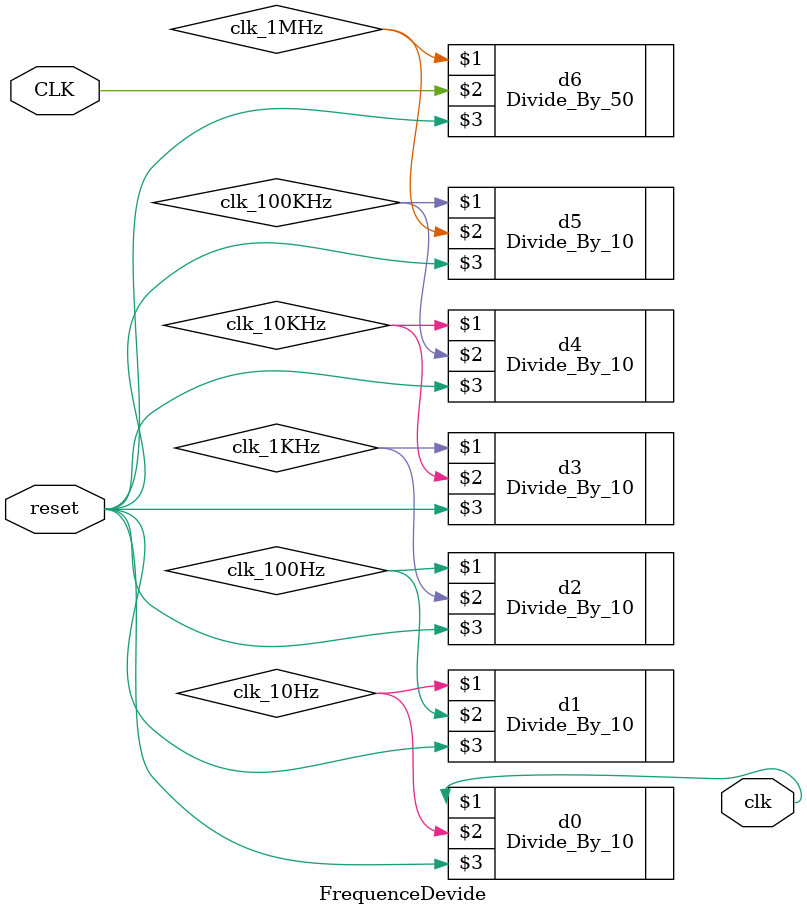
<source format=v>
module FrequenceDevide(CLK, reset, clk);
input CLK, reset;
output clk;

wire clk_1MHz, clk_100KHz, clk_10KHz, clk_1KHz, clk_100Hz, clk_10Hz;
     Divide_By_50 d6 (clk_1MHz, CLK, reset);
     Divide_By_10 d5 (clk_100KHz, clk_1MHz, reset);
     Divide_By_10 d4 (clk_10KHz, clk_100KHz, reset);
     Divide_By_10 d3 (clk_1KHz, clk_10KHz, reset);
     Divide_By_10 d2 (clk_100Hz, clk_1KHz, reset);
     Divide_By_10 d1 (clk_10Hz, clk_100Hz, reset);
     Divide_By_10 d0 (clk, clk_10Hz, reset);
endmodule

</source>
